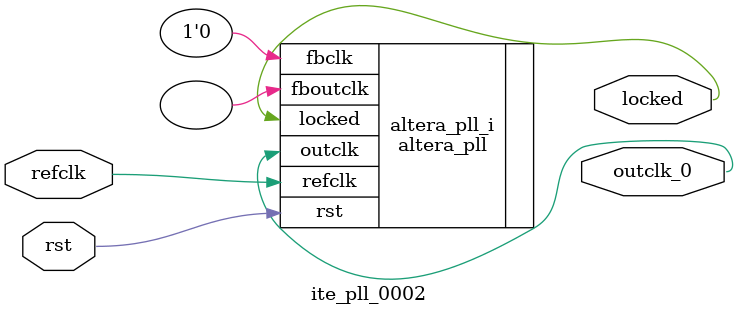
<source format=v>
`timescale 1ns/10ps
module  ite_pll_0002(

	// interface 'refclk'
	input wire refclk,

	// interface 'reset'
	input wire rst,

	// interface 'outclk0'
	output wire outclk_0,

	// interface 'locked'
	output wire locked
);

	altera_pll #(
		.fractional_vco_multiplier("false"),
		.reference_clock_frequency("50.0 MHz"),
		.operation_mode("direct"),
		.number_of_clocks(1),
		.output_clock_frequency0("200.000000 MHz"),
		.phase_shift0("0 ps"),
		.duty_cycle0(50),
		.output_clock_frequency1("0 MHz"),
		.phase_shift1("0 ps"),
		.duty_cycle1(50),
		.output_clock_frequency2("0 MHz"),
		.phase_shift2("0 ps"),
		.duty_cycle2(50),
		.output_clock_frequency3("0 MHz"),
		.phase_shift3("0 ps"),
		.duty_cycle3(50),
		.output_clock_frequency4("0 MHz"),
		.phase_shift4("0 ps"),
		.duty_cycle4(50),
		.output_clock_frequency5("0 MHz"),
		.phase_shift5("0 ps"),
		.duty_cycle5(50),
		.output_clock_frequency6("0 MHz"),
		.phase_shift6("0 ps"),
		.duty_cycle6(50),
		.output_clock_frequency7("0 MHz"),
		.phase_shift7("0 ps"),
		.duty_cycle7(50),
		.output_clock_frequency8("0 MHz"),
		.phase_shift8("0 ps"),
		.duty_cycle8(50),
		.output_clock_frequency9("0 MHz"),
		.phase_shift9("0 ps"),
		.duty_cycle9(50),
		.output_clock_frequency10("0 MHz"),
		.phase_shift10("0 ps"),
		.duty_cycle10(50),
		.output_clock_frequency11("0 MHz"),
		.phase_shift11("0 ps"),
		.duty_cycle11(50),
		.output_clock_frequency12("0 MHz"),
		.phase_shift12("0 ps"),
		.duty_cycle12(50),
		.output_clock_frequency13("0 MHz"),
		.phase_shift13("0 ps"),
		.duty_cycle13(50),
		.output_clock_frequency14("0 MHz"),
		.phase_shift14("0 ps"),
		.duty_cycle14(50),
		.output_clock_frequency15("0 MHz"),
		.phase_shift15("0 ps"),
		.duty_cycle15(50),
		.output_clock_frequency16("0 MHz"),
		.phase_shift16("0 ps"),
		.duty_cycle16(50),
		.output_clock_frequency17("0 MHz"),
		.phase_shift17("0 ps"),
		.duty_cycle17(50),
		.pll_type("General"),
		.pll_subtype("General")
	) altera_pll_i (
		.rst	(rst),
		.outclk	({outclk_0}),
		.locked	(locked),
		.fboutclk	( ),
		.fbclk	(1'b0),
		.refclk	(refclk)
	);
endmodule


</source>
